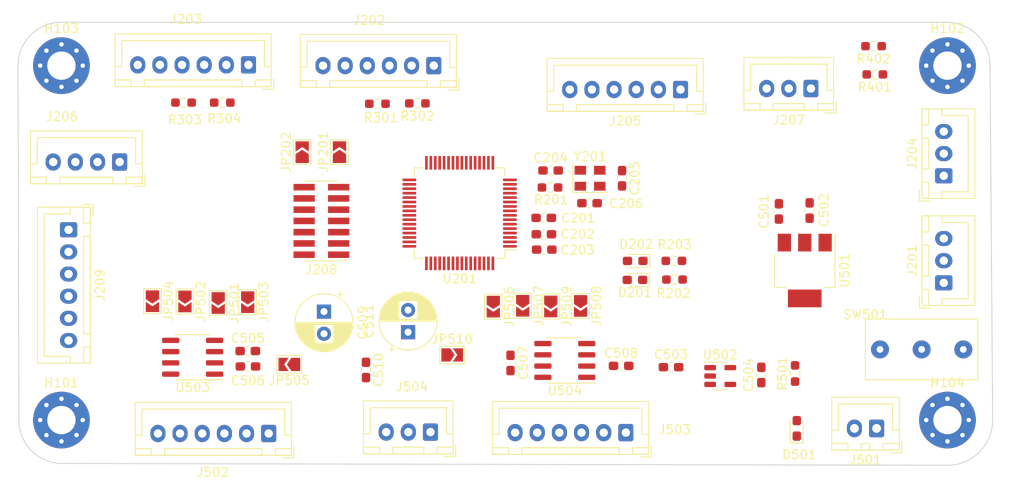
<source format=kicad_pcb>
(kicad_pcb (version 20211014) (generator pcbnew)
  (title_block (title "PCB projet Robot") (date "2022-10-17") (company "ENSEA") (comment 1 "Quentin SIMON") (comment 2 "Loïcia KOEHL") (comment 3 "Alix HAVRET") (comment 4 "Chelsea COMLAN"))
  (layers (0 "F.Cu" signal) (1 "In1.Cu" signal) (2 "In2.Cu" signal) (31 "B.Cu" signal) (34 "B.Paste" user) (35 "F.Paste" user) (36 "B.SilkS" user "B.Silkscreen") (37 "F.SilkS" user "F.Silkscreen") (38 "B.Mask" user) (39 "F.Mask" user) (44 "Edge.Cuts" user))
  (net 0 "")
  (net 1 "+3.3V")
  (net 2 "GND")
  (net 3 "NRST")
  (net 4 "Net-(C205-Pad1)")
  (net 5 "Net-(C206-Pad1)")
  (net 6 "+BATT")
  (net 7 "+5V")
  (net 8 "Net-(C504-Pad2)")
  (net 9 "Net-(C505-Pad1)")
  (net 10 "Net-(C507-Pad1)")
  (net 11 "Net-(D201-Pad1)")
  (net 12 "LED_GREEN")
  (net 13 "Net-(D202-Pad1)")
  (net 14 "LED_RED")
  (net 15 "Net-(D501-Pad2)")
  (net 16 "/Capteurs/CB1_OUT")
  (net 17 "/Capteurs/SDA_2")
  (net 18 "/Capteurs/SCL_2")
  (net 19 "/Capteurs/XSHUT_C1")
  (net 20 "/Capteurs/GPIO1_C1")
  (net 21 "/Capteurs/XSHUT_C2")
  (net 22 "/Capteurs/GPIO1_C2")
  (net 23 "/Capteurs/CB2_OUT")
  (net 24 "/Capteurs/LED_CC")
  (net 25 "/Capteurs/S2")
  (net 26 "/Capteurs/S3")
  (net 27 "/Capteurs/TIM_CC")
  (net 28 "/Capteurs/SDA_1")
  (net 29 "/Capteurs/SCL_1")
  (net 30 "/Capteurs/S0")
  (net 31 "/Capteurs/S1")
  (net 32 "/Capteurs/OE")
  (net 35 "SYS_SWDIO")
  (net 36 "SYS_SWCLK")
  (net 40 "Net-(J208-Pad13)")
  (net 41 "Net-(J208-Pad14)")
  (net 42 "PC9")
  (net 43 "PD0")
  (net 44 "PD1")
  (net 45 "PD2")
  (net 46 "PD3")
  (net 47 "PD4")
  (net 48 "Net-(J501-Pad1)")
  (net 49 "Moteur1-")
  (net 50 "Net-(J502-Pad3)")
  (net 51 "Net-(J502-Pad4)")
  (net 52 "Moteur1+")
  (net 53 "Moteur2-")
  (net 54 "Net-(J503-Pad3)")
  (net 55 "Net-(J503-Pad4)")
  (net 56 "Moteur2+")
  (net 57 "/Actionneurs/UART_XL320")
  (net 58 "UART_STLink_RX")
  (net 59 "UART_STLink_TX")
  (net 60 "/Actionneurs/TIM_Encoder1_CH1")
  (net 61 "/Actionneurs/TIM_Encoder1_CH2")
  (net 62 "/Actionneurs/TIM_Driver1_CH1")
  (net 63 "Net-(JP503-Pad2)")
  (net 64 "/Actionneurs/TIM_Driver1_CH1N")
  (net 65 "Net-(JP504-Pad2)")
  (net 66 "/Actionneurs/TIM_Encoder2_CH1")
  (net 67 "/Actionneurs/TIM_Encoder2_CH2")
  (net 68 "/Actionneurs/TIM_Driver2_CH1")
  (net 69 "Net-(JP508-Pad2)")
  (net 70 "/Actionneurs/TIM_Driver2_CH1N")
  (net 71 "Net-(JP509-Pad2)")
  (net 72 "Net-(R201-Pad1)")
  (net 73 "/Alimentation/ADC")
  (footprint "Resistor_SMD:R_0603_1608Metric_Pad0.98x0.95mm_HandSolder" (layer "F.Cu") (at 43.7825 34.17)
    (fp_text reference "R303" (at 0.1375 1.94) (layer "F.SilkS"))
    (fp_text value "NC")
    (pad "1" smd roundrect (at -0.9125 0) (size 0.975 0.95) (layers "F.Cu" "F.Paste" "F.Mask") (net 7 "+5V"))
    (pad "2" smd roundrect (at 0.9125 0) (size 0.975 0.95) (layers "F.Cu" "F.Paste" "F.Mask") (net 18 "/Capteurs/SCL_2"))
  )
  (footprint "Connector_JST:JST_XH_B6B-XH-A_1x06_P2.50mm_Vertical" (layer "F.Cu") (at 93.7 71.415 180)
    (fp_text reference "J503" (at -5.52 0.345) (layer "F.SilkS"))
    (fp_text value "JST_driver2")
    (pad "1" thru_hole roundrect (at 0 0 180) (size 1.7 1.95) (drill 0.95) (layers *.Cu *.Mask) (roundrect_rratio 0.147059) (net 53 "Moteur2-"))
    (pad "2" thru_hole oval (at 2.5 0 180) (size 1.7 1.95) (drill 0.95) (layers *.Cu *.Mask) (net 2 "GND"))
    (pad "3" thru_hole oval (at 5 0 180) (size 1.7 1.95) (drill 0.95) (layers *.Cu *.Mask) (net 54 "Net-(J503-Pad3)"))
    (pad "4" thru_hole oval (at 7.5 0 180) (size 1.7 1.95) (drill 0.95) (layers *.Cu *.Mask) (net 55 "Net-(J503-Pad4)"))
    (pad "5" thru_hole oval (at 10 0 180) (size 1.7 1.95) (drill 0.95) (layers *.Cu *.Mask) (net 7 "+5V"))
    (pad "6" thru_hole oval (at 12.5 0 180) (size 1.7 1.95) (drill 0.95) (layers *.Cu *.Mask) (net 56 "Moteur2+"))
  )
  (footprint "LED_SMD:LED_0603_1608Metric_Pad1.05x0.95mm_HandSolder" (layer "F.Cu") (at 112.99 70.9375 90)
    (fp_text reference "D501" (at -2.9625 0.28 180) (layer "F.SilkS"))
    (fp_text value "LED")
    (pad "1" smd roundrect (at -0.875 0 90) (size 1.05 0.95) (layers "F.Cu" "F.Paste" "F.Mask") (net 2 "GND"))
    (pad "2" smd roundrect (at 0.875 0 90) (size 1.05 0.95) (layers "F.Cu" "F.Paste" "F.Mask") (net 15 "Net-(D501-Pad2)"))
  )
  (footprint "Connector_JST:JST_XH_B6B-XH-A_1x06_P2.50mm_Vertical" (layer "F.Cu") (at 99.87 32.695 180)
    (fp_text reference "J205" (at 6.25 -3.55) (layer "F.SilkS"))
    (fp_text value "JST_Couleur_1A")
    (pad "1" thru_hole roundrect (at 0 0 180) (size 1.7 1.95) (drill 0.95) (layers *.Cu *.Mask) (roundrect_rratio 0.147059) (net 7 "+5V"))
    (pad "2" thru_hole oval (at 2.5 0 180) (size 1.7 1.95) (drill 0.95) (layers *.Cu *.Mask) (net 2 "GND"))
    (pad "3" thru_hole oval (at 5 0 180) (size 1.7 1.95) (drill 0.95) (layers *.Cu *.Mask) (net 24 "/Capteurs/LED_CC"))
    (pad "4" thru_hole oval (at 7.5 0 180) (size 1.7 1.95) (drill 0.95) (layers *.Cu *.Mask) (net 25 "/Capteurs/S2"))
    (pad "5" thru_hole oval (at 10 0 180) (size 1.7 1.95) (drill 0.95) (layers *.Cu *.Mask) (net 26 "/Capteurs/S3"))
    (pad "6" thru_hole oval (at 12.5 0 180) (size 1.7 1.95) (drill 0.95) (layers *.Cu *.Mask) (net 27 "/Capteurs/TIM_CC"))
  )
  (footprint "Resistor_SMD:R_0603_1608Metric_Pad0.98x0.95mm_HandSolder" (layer "F.Cu") (at 121.8 30.99 180)
    (fp_text reference "R401" (at 0 -1.43) (layer "F.SilkS"))
    (fp_text value "100k")
    (pad "1" smd roundrect (at -0.9125 0 180) (size 0.975 0.95) (layers "F.Cu" "F.Paste" "F.Mask") (net 6 "+BATT"))
    (pad "2" smd roundrect (at 0.9125 0 180) (size 0.975 0.95) (layers "F.Cu" "F.Paste" "F.Mask") (net 73 "/Alimentation/ADC"))
  )
  (footprint "Connector_JST:JST_XH_B3B-XH-A_1x03_P2.50mm_Vertical" (layer "F.Cu") (at 129.58 54.51 90)
    (fp_text reference "J201" (at 2.5 -3.55 90) (layer "F.SilkS"))
    (fp_text value "JST_Bordure_1")
    (pad "1" thru_hole roundrect (at 0 0 90) (size 1.7 1.95) (drill 0.95) (layers *.Cu *.Mask) (roundrect_rratio 0.147059) (net 2 "GND"))
    (pad "2" thru_hole oval (at 2.5 0 90) (size 1.7 1.95) (drill 0.95) (layers *.Cu *.Mask) (net 7 "+5V"))
    (pad "3" thru_hole oval (at 5 0 90) (size 1.7 1.95) (drill 0.95) (layers *.Cu *.Mask) (net 16 "/Capteurs/CB1_OUT"))
  )
  (footprint "Connector_JST:JST_XH_B6B-XH-A_1x06_P2.50mm_Vertical" (layer "F.Cu") (at 51.11 29.915 180)
    (fp_text reference "J203" (at 7.05 5.16) (layer "F.SilkS"))
    (fp_text value "JST_TOF_2")
    (pad "1" thru_hole roundrect (at 0 0 180) (size 1.7 1.95) (drill 0.95) (layers *.Cu *.Mask) (roundrect_rratio 0.147059) (net 7 "+5V"))
    (pad "2" thru_hole oval (at 2.5 0 180) (size 1.7 1.95) (drill 0.95) (layers *.Cu *.Mask) (net 2 "GND"))
    (pad "3" thru_hole oval (at 5 0 180) (size 1.7 1.95) (drill 0.95) (layers *.Cu *.Mask) (net 17 "/Capteurs/SDA_2"))
    (pad "4" thru_hole oval (at 7.5 0 180) (size 1.7 1.95) (drill 0.95) (layers *.Cu *.Mask) (net 18 "/Capteurs/SCL_2"))
    (pad "5" thru_hole oval (at 10 0 180) (size 1.7 1.95) (drill 0.95) (layers *.Cu *.Mask) (net 21 "/Capteurs/XSHUT_C2"))
    (pad "6" thru_hole oval (at 12.5 0 180) (size 1.7 1.95) (drill 0.95) (layers *.Cu *.Mask) (net 22 "/Capteurs/GPIO1_C2"))
  )
  (footprint "Connector_JST:JST_XH_B6B-XH-A_1x06_P2.50mm_Vertical" (layer "F.Cu") (at 72.02 29.995 180)
    (fp_text reference "J202" (at 7.28 5.115) (layer "F.SilkS"))
    (fp_text value "JST_TOF_1")
    (pad "1" thru_hole roundrect (at 0 0 180) (size 1.7 1.95) (drill 0.95) (layers *.Cu *.Mask) (roundrect_rratio 0.147059) (net 7 "+5V"))
    (pad "2" thru_hole oval (at 2.5 0 180) (size 1.7 1.95) (drill 0.95) (layers *.Cu *.Mask) (net 2 "GND"))
    (pad "3" thru_hole oval (at 5 0 180) (size 1.7 1.95) (drill 0.95) (layers *.Cu *.Mask) (net 17 "/Capteurs/SDA_2"))
    (pad "4" thru_hole oval (at 7.5 0 180) (size 1.7 1.95) (drill 0.95) (layers *.Cu *.Mask) (net 18 "/Capteurs/SCL_2"))
    (pad "5" thru_hole oval (at 10 0 180) (size 1.7 1.95) (drill 0.95) (layers *.Cu *.Mask) (net 19 "/Capteurs/XSHUT_C1"))
    (pad "6" thru_hole oval (at 12.5 0 180) (size 1.7 1.95) (drill 0.95) (layers *.Cu *.Mask) (net 20 "/Capteurs/GPIO1_C1"))
  )
  (footprint "Jumper:SolderJumper-2_P1.3mm_Open_TrianglePad1.0x1.5mm" (layer "F.Cu") (at 40.27 56.58 -90)
    (fp_text reference "JP504" (at 0 -1.8 90) (layer "F.SilkS"))
    (fp_text value "SolderJumper_2_Open")
    (pad "1" smd custom (at -0.725 0 270) (size 0.3 0.3) (layers "F.Cu" "F.Mask") (net 64 "/Actionneurs/TIM_Driver1_CH1N") (options (clearance outline) (anchor rect)) (primitives (gr_poly (pts (xy 1 0) (xy 0.5 0.75) (xy -0.5 0.75) (xy -0.5 -0.75) (xy 0.5 -0.75)) (width 0) (fill yes))))
    (pad "2" smd custom (at 0.725 0 270) (size 0.3 0.3) (layers "F.Cu" "F.Mask") (net 65 "Net-(JP504-Pad2)") (options (clearance outline) (anchor rect)) (primitives (gr_poly (pts (xy 0.5 0.75) (xy -0.65 0.75) (xy -0.15 0) (xy -0.65 -0.75) (xy 0.5 -0.75)) (width 0) (fill yes))))
  )
  (footprint "Connector_PinHeader_1.27mm:PinHeader_2x07_P1.27mm_Vertical_SMD" (layer "F.Cu") (at 59.34 47.525 180)
    (fp_text reference "J208" (at 0 -5.505) (layer "F.SilkS"))
    (fp_text value "Conn_02x07_Odd_Even")
    (pad "1" smd rect (at -1.95 -3.81 180) (size 2.4 0.74) (layers "F.Cu" "F.Paste" "F.Mask"))
    (pad "2" smd rect (at 1.95 -3.81 180) (size 2.4 0.74) (layers "F.Cu" "F.Paste" "F.Mask"))
    (pad "3" smd rect (at -1.95 -2.54 180) (size 2.4 0.74) (layers "F.Cu" "F.Paste" "F.Mask") (net 1 "+3.3V"))
    (pad "4" smd rect (at 1.95 -2.54 180) (size 2.4 0.74) (layers "F.Cu" "F.Paste" "F.Mask") (net 35 "SYS_SWDIO"))
    (pad "5" smd rect (at -1.95 -1.27 180) (size 2.4 0.74) (layers "F.Cu" "F.Paste" "F.Mask") (net 2 "GND"))
    (pad "6" smd rect (at 1.95 -1.27 180) (size 2.4 0.74) (layers "F.Cu" "F.Paste" "F.Mask") (net 36 "SYS_SWCLK"))
    (pad "7" smd rect (at -1.95 0 180) (size 2.4 0.74) (layers "F.Cu" "F.Paste" "F.Mask") (net 2 "GND"))
    (pad "8" smd rect (at 1.95 0 180) (size 2.4 0.74) (layers "F.Cu" "F.Paste" "F.Mask"))
    (pad "9" smd rect (at -1.95 1.27 180) (size 2.4 0.74) (layers "F.Cu" "F.Paste" "F.Mask"))
    (pad "10" smd rect (at 1.95 1.27 180) (size 2.4 0.74) (layers "F.Cu" "F.Paste" "F.Mask"))
    (pad "11" smd rect (at -1.95 2.54 180) (size 2.4 0.74) (layers "F.Cu" "F.Paste" "F.Mask") (net 2 "GND"))
    (pad "12" smd rect (at 1.95 2.54 180) (size 2.4 0.74) (layers "F.Cu" "F.Paste" "F.Mask") (net 3 "NRST"))
    (pad "13" smd rect (at -1.95 3.81 180) (size 2.4 0.74) (layers "F.Cu" "F.Paste" "F.Mask") (net 40 "Net-(J208-Pad13)"))
    (pad "14" smd rect (at 1.95 3.81 180) (size 2.4 0.74) (layers "F.Cu" "F.Paste" "F.Mask") (net 41 "Net-(J208-Pad14)"))
  )
  (footprint "MountingHole:MountingHole_3.2mm_M3_Pad_Via" (layer "F.Cu") (at 30 70)
    (fp_text reference "H101" (at 0 -4.2) (layer "F.SilkS"))
    (fp_text value "MountingHole_Pad")
    (pad "1" thru_hole circle (at 0 2.4) (size 0.8 0.8) (drill 0.5) (layers *.Cu *.Mask) (net 2 "GND"))
    (pad "1" thru_hole circle (at -2.4 0) (size 0.8 0.8) (drill 0.5) (layers *.Cu *.Mask) (net 2 "GND"))
    (pad "1" thru_hole circle (at 0 0) (size 6.4 6.4) (drill 3.2) (layers *.Cu *.Mask) (net 2 "GND"))
    (pad "1" thru_hole circle (at 1.697056 1.697056) (size 0.8 0.8) (drill 0.5) (layers *.Cu *.Mask) (net 2 "GND"))
    (pad "1" thru_hole circle (at 0 -2.4) (size 0.8 0.8) (drill 0.5) (layers *.Cu *.Mask) (net 2 "GND"))
    (pad "1" thru_hole circle (at 2.4 0) (size 0.8 0.8) (drill 0.5) (layers *.Cu *.Mask) (net 2 "GND"))
    (pad "1" thru_hole circle (at -1.697056 -1.697056) (size 0.8 0.8) (drill 0.5) (layers *.Cu *.Mask) (net 2 "GND"))
    (pad "1" thru_hole circle (at -1.697056 1.697056) (size 0.8 0.8) (drill 0.5) (layers *.Cu *.Mask) (net 2 "GND"))
    (pad "1" thru_hole circle (at 1.697056 -1.697056) (size 0.8 0.8) (drill 0.5) (layers *.Cu *.Mask) (net 2 "GND"))
  )
  (footprint "Jumper:SolderJumper-2_P1.3mm_Open_TrianglePad1.0x1.5mm" (layer "F.Cu") (at 47.69 56.79 -90)
    (fp_text reference "JP501" (at 0 -1.8 90) (layer "F.SilkS"))
    (fp_text value "SolderJumper_2_Open")
    (pad "1" smd custom (at -0.725 0 270) (size 0.3 0.3) (layers "F.Cu" "F.Mask") (net 60 "/Actionneurs/TIM_Encoder1_CH1") (options (clearance outline) (anchor rect)) (primitives (gr_poly (pts (xy 1 0) (xy 0.5 0.75) (xy -0.5 0.75) (xy -0.5 -0.75) (xy 0.5 -0.75)) (width 0) (fill yes))))
    (pad "2" smd custom (at 0.725 0 270) (size 0.3 0.3) (layers "F.Cu" "F.Mask") (net 50 "Net-(J502-Pad3)") (options (clearance outline) (anchor rect)) (primitives (gr_poly (pts (xy 0.5 0.75) (xy -0.65 0.75) (xy -0.15 0) (xy -0.65 -0.75) (xy 0.5 -0.75)) (width 0) (fill yes))))
  )
  (footprint "Capacitor_SMD:C_0603_1608Metric_Pad1.08x0.95mm_HandSolder" (layer "F.Cu") (at 93.27 42.71 -90)
    (fp_text reference "C205" (at 0 -1.43 90) (layer "F.SilkS"))
    (fp_text value "10pF")
    (pad "1" smd roundrect (at -0.8625 0 270) (size 1.075 0.95) (layers "F.Cu" "F.Paste" "F.Mask") (net 4 "Net-(C205-Pad1)"))
    (pad "2" smd roundrect (at 0.8625 0 270) (size 1.075 0.95) (layers "F.Cu" "F.Paste" "F.Mask") (net 2 "GND"))
  )
  (footprint "Capacitor_SMD:C_0603_1608Metric_Pad1.08x0.95mm_HandSolder" (layer "F.Cu") (at 89.6 45.52)
    (fp_text reference "C206" (at 4.13 0.04) (layer "F.SilkS"))
    (fp_text value "10pF")
    (pad "1" smd roundrect (at -0.8625 0) (size 1.075 0.95) (layers "F.Cu" "F.Paste" "F.Mask") (net 5 "Net-(C206-Pad1)"))
    (pad "2" smd roundrect (at 0.8625 0) (size 1.075 0.95) (layers "F.Cu" "F.Paste" "F.Mask") (net 2 "GND"))
  )
  (footprint "Package_SO:SOIC-8_3.9x4.9mm_P1.27mm" (layer "F.Cu") (at 86.8125 63.27 180)
    (fp_text reference "U504" (at 0 -3.4) (layer "F.SilkS"))
    (fp_text value "ZXBM5210-S")
    (pad "1" smd roundrect (at -2.475 -1.905 180) (size 1.95 0.6) (layers "F.Cu" "F.Paste" "F.Mask") (net 53 "Moteur2-"))
    (pad "2" smd roundrect (at -2.475 -0.635 180) (size 1.95 0.6) (layers "F.Cu" "F.Paste" "F.Mask") (net 10 "Net-(C507-Pad1)"))
    (pad "3" smd roundrect (at -2.475 0.635 180) (size 1.95 0.6) (layers "F.Cu" "F.Paste" "F.Mask") (net 10 "Net-(C507-Pad1)"))
    (pad "4" smd roundrect (at -2.475 1.905 180) (size 1.95 0.6) (layers "F.Cu" "F.Paste" "F.Mask") (net 69 "Net-(JP508-Pad2)"))
    (pad "5" smd roundrect (at 2.475 1.905 180) (size 1.95 0.6) (layers "F.Cu" "F.Paste" "F.Mask") (net 71 "Net-(JP509-Pad2)"))
    (pad "6" smd roundrect (at 2.475 0.635 180) (size 1.95 0.6) (layers "F.Cu" "F.Paste" "F.Mask") (net 10 "Net-(C507-Pad1)"))
    (pad "7" smd roundrect (at 2.475 -0.635 180) (size 1.95 0.6) (layers "F.Cu" "F.Paste" "F.Mask") (net 56 "Moteur2+"))
    (pad "8" smd roundrect (at 2.475 -1.905 180) (size 1.95 0.6) (layers "F.Cu" "F.Paste" "F.Mask") (net 2 "GND"))
  )
  (footprint "switch_robot:switch_pcb_robot" (layer "F.Cu") (at 120.735 58.595)
    (fp_text reference "SW501" (at 0 -0.5 unlocked) (layer "F.SilkS"))
    (fp_text value "SW_SPDT")
    (pad "1" thru_hole circle (at 1.65 3.43) (size 2.03 2.03) (drill 0.762) (layers *.Cu *.Mask) (net 6 "+BATT"))
    (pad "2" thru_hole circle (at 6.35 3.43) (size 2.03 2.03) (drill 0.762) (layers *.Cu *.Mask) (net 48 "Net-(J501-Pad1)"))
    (pad "3" thru_hole circle (at 11.05 3.43) (size 2.03 2.03) (drill 0.762) (layers *.Cu *.Mask))
  )
  (footprint "Capacitor_SMD:C_0603_1608Metric_Pad1.08x0.95mm_HandSolder" (layer "F.Cu") (at 85.21 41.83)
    (fp_text reference "C204" (at 0 -1.43) (layer "F.SilkS"))
    (fp_text value "100nF")
    (pad "1" smd roundrect (at -0.8625 0) (size 1.075 0.95) (layers "F.Cu" "F.Paste" "F.Mask") (net 3 "NRST"))
    (pad "2" smd roundrect (at 0.8625 0) (size 1.075 0.95) (layers "F.Cu" "F.Paste" "F.Mask") (net 2 "GND"))
  )
  (footprint "MountingHole:MountingHole_3.2mm_M3_Pad_Via" (layer "F.Cu") (at 30 30)
    (fp_text reference "H103" (at 0 -4.2) (layer "F.SilkS"))
    (fp_text value "MountingHole_Pad")
    (pad "1" thru_hole circle (at -1.697056 1.697056) (size 0.8 0.8) (drill 0.5) (layers *.Cu *.Mask) (net 2 "GND"))
    (pad "1" thru_hole circle (at 1.697056 -1.697056) (size 0.8 0.8) (drill 0.5) (layers *.Cu *.Mask) (net 2 "GND"))
    (pad "1" thru_hole circle (at -1.697056 -1.697056) (size 0.8 0.8) (drill 0.5) (layers *.Cu *.Mask) (net 2 "GND"))
    (pad "1" thru_hole circle (at 1.697056 1.697056) (size 0.8 0.8) (drill 0.5) (layers *.Cu *.Mask) (net 2 "GND"))
    (pad "1" thru_hole circle (at 2.4 0) (size 0.8 0.8) (drill 0.5) (layers *.Cu *.Mask) (net 2 "GND"))
    (pad "1" thru_hole circle (at -2.4 0) (size 0.8 0.8) (drill 0.5) (layers *.Cu *.Mask) (net 2 "GND"))
    (pad "1" thru_hole circle (at 0 -2.4) (size 0.8 0.8) (drill 0.5) (layers *.Cu *.Mask) (net 2 "GND"))
    (pad "1" thru_hole circle (at 0 2.4) (size 0.8 0.8) (drill 0.5) (layers *.Cu *.Mask) (net 2 "GND"))
    (pad "1" thru_hole circle (at 0 0) (size 6.4 6.4) (drill 3.2) (layers *.Cu *.Mask) (net 2 "GND"))
  )
  (footprint "Capacitor_SMD:C_0603_1608Metric_Pad1.08x0.95mm_HandSolder" (layer "F.Cu") (at 80.68 63.55 -90)
    (fp_text reference "C507" (at 0 -1.43 90) (layer "F.SilkS"))
    (fp_text value "1uF")
    (pad "1" smd roundrect (at -0.8625 0 270) (size 1.075 0.95) (layers "F.Cu" "F.Paste" "F.Mask") (net 10 "Net-(C507-Pad1)"))
    (pad "2" smd roundrect (at 0.8625 0 270) (size 1.075 0.95) (layers "F.Cu" "F.Paste" "F.Mask") (net 2 "GND"))
  )
  (footprint "Package_SO:SOIC-8_3.9x4.9mm_P1.27mm" (layer "F.Cu") (at 44.81 62.91 180)
    (fp_text reference "U503" (at 0 -3.4) (layer "F.SilkS"))
    (fp_text value "ZXBM5210-S")
    (pad "1" smd roundrect (at -2.475 -1.905 180) (size 1.95 0.6) (layers "F.Cu" "F.Paste" "F.Mask") (net 49 "Moteur1-"))
    (pad "2" smd roundrect (at -2.475 -0.635 180) (size 1.95 0.6) (layers "F.Cu" "F.Paste" "F.Mask") (net 9 "Net-(C505-Pad1)"))
    (pad "3" smd roundrect (at -2.475 0.635 180) (size 1.95 0.6) (layers "F.Cu" "F.Paste" "F.Mask") (net 9 "Net-(C505-Pad1)"))
    (pad "4" smd roundrect (at -2.475 1.905 180) (size 1.95 0.6) (layers "F.Cu" "F.Paste" "F.Mask") (net 63 "Net-(JP503-Pad2)"))
    (pad "5" smd roundrect (at 2.475 1.905 180) (size 1.95 0.6) (layers "F.Cu" "F.Paste" "F.Mask") (net 65 "Net-(JP504-Pad2)"))
    (pad "6" smd roundrect (at 2.475 0.635 180) (size 1.95 0.6) (layers "F.Cu" "F.Paste" "F.Mask") (net 9 "Net-(C505-Pad1)"))
    (pad "7" smd roundrect (at 2.475 -0.635 180) (size 1.95 0.6) (layers "F.Cu" "F.Paste" "F.Mask") (net 52 "Moteur1+"))
    (pad "8" smd roundrect (at 2.475 -1.905 180) (size 1.95 0.6) (layers "F.Cu" "F.Paste" "F.Mask") (net 2 "GND"))
  )
  (footprint "Capacitor_THT:CP_Radial_D6.3mm_P2.50mm" (layer "F.Cu") (at 69.12 60.08238 90)
    (fp_text reference "C511" (at 1.25 -4.4 90) (layer "F.SilkS"))
    (fp_text value "100uF")
    (pad "1" thru_hole rect (at 0 0 90) (size 1.6 1.6) (drill 0.8) (layers *.Cu *.Mask) (net 6 "+BATT"))
    (pad "2" thru_hole circle (at 2.5 0 90) (size 1.6 1.6) (drill 0.8) (layers *.Cu *.Mask) (net 2 "GND"))
  )
  (footprint "Jumper:SolderJumper-2_P1.3mm_Open_TrianglePad1.0x1.5mm" (layer "F.Cu") (at 51.02 56.69 -90)
    (fp_text reference "JP503" (at 0 -1.8 90) (layer "F.SilkS"))
    (fp_text value "SolderJumper_2_Open")
    (pad "1" smd custom (at -0.725 0 270) (size 0.3 0.3) (layers "F.Cu" "F.Mask") (net 62 "/Actionneurs/TIM_Driver1_CH1") (options (clearance outline) (anchor rect)) (primitives (gr_poly (pts (xy 1 0) (xy 0.5 0.75) (xy -0.5 0.75) (xy -0.5 -0.75) (xy 0.5 -0.75)) (width 0) (fill yes))))
    (pad "2" smd custom (at 0.725 0 270) (size 0.3 0.3) (layers "F.Cu" "F.Mask") (net 63 "Net-(JP503-Pad2)") (options (clearance outline) (anchor rect)) (primitives (gr_poly (pts (xy 0.5 0.75) (xy -0.65 0.75) (xy -0.15 0) (xy -0.65 -0.75) (xy 0.5 -0.75)) (width 0) (fill yes))))
  )
  (footprint "Resistor_SMD:R_0603_1608Metric_Pad0.98x0.95mm_HandSolder" (layer "F.Cu") (at 65.6625 34.3)
    (fp_text reference "R301" (at 0.39 1.58) (layer "F.SilkS"))
    (fp_text value "10k")
    (pad "1" smd roundrect (at -0.9125 0) (size 0.975 0.95) (layers "F.Cu" "F.Paste" "F.Mask") (net 7 "+5V"))
    (pad "2" smd roundrect (at 0.9125 0) (size 0.975 0.95) (layers "F.Cu" "F.Paste" "F.Mask") (net 18 "/Capteurs/SCL_2"))
  )
  (footprint "Capacitor_SMD:C_0603_1608Metric_Pad1.08x0.95mm_HandSolder" (layer "F.Cu") (at 93.17 63.88)
    (fp_text reference "C508" (at 0 -1.43) (layer "F.SilkS"))
    (fp_text value "10uF")
    (pad "1" smd roundrect (at -0.8625 0) (size 1.075 0.95) (layers "F.Cu" "F.Paste" "F.Mask") (net 10 "Net-(C507-Pad1)"))
    (pad "2" smd roundrect (at 0.8625 0) (size 1.075 0.95) (layers "F.Cu" "F.Paste" "F.Mask") (net 2 "GND"))
  )
  (footprint "MountingHole:MountingHole_3.2mm_M3_Pad_Via" (layer "F.Cu") (at 130 70)
    (fp_text reference "H104" (at 0 -4.2) (layer "F.SilkS"))
    (fp_text value "MountingHole_Pad")
    (pad "1" thru_hole circle (at 0 0) (size 6.4 6.4) (drill 3.2) (layers *.Cu *.Mask) (net 2 "GND"))
    (pad "1" thru_hole circle (at 0 -2.4) (size 0.8 0.8) (drill 0.5) (layers *.Cu *.Mask) (net 2 "GND"))
    (pad "1" thru_hole circle (at -1.697056 1.697056) (size 0.8 0.8) (drill 0.5) (layers *.Cu *.Mask) (net 2 "GND"))
    (pad "1" thru_hole circle (at 1.697056 -1.697056) (size 0.8 0.8) (drill 0.5) (layers *.Cu *.Mask) (net 2 "GND"))
    (pad "1" thru_hole circle (at 1.697056 1.697056) (size 0.8 0.8) (drill 0.5) (layers *.Cu *.Mask) (net 2 "GND"))
    (pad "1" thru_hole circle (at 2.4 0) (size 0.8 0.8) (drill 0.5) (layers *.Cu *.Mask) (net 2 "GND"))
    (pad "1" thru_hole circle (at -2.4 0) (size 0.8 0.8) (drill 0.5) (layers *.Cu *.Mask) (net 2 "GND"))
    (pad "1" thru_hole circle (at -1.697056 -1.697056) (size 0.8 0.8) (drill 0.5) (layers *.Cu *.Mask) (net 2 "GND"))
    (pad "1" thru_hole circle (at 0 2.4) (size 0.8 0.8) (drill 0.5) (layers *.Cu *.Mask) (net 2 "GND"))
  )
  (footprint "Capacitor_THT:CP_Radial_D6.3mm_P2.50mm" (layer "F.Cu") (at 59.63 57.757621 -90)
    (fp_text reference "C509" (at 1.25 -4.4 90) (layer "F.SilkS"))
    (fp_text value "100uF")
    (pad "1" thru_hole rect (at 0 0 270) (size 1.6 1.6) (drill 0.8) (layers *.Cu *.Mask) (net 6 "+BATT"))
    (pad "2" thru_hole circle (at 2.5 0 270) (size 1.6 1.6) (drill 0.8) (layers *.Cu *.Mask) (net 2 "GND"))
  )
  (footprint "Jumper:SolderJumper-2_P1.3mm_Open_TrianglePad1.0x1.5mm" (layer "F.Cu") (at 43.94 56.61 -90)
    (fp_text reference "JP502" (at 0 -1.8 90) (layer "F.SilkS"))
    (fp_text value "SolderJumper_2_Open")
    (pad "1" smd custom (at -0.725 0 270) (size 0.3 0.3) (layers "F.Cu" "F.Mask") (net 61 "/Actionneurs/TIM_Encoder1_CH2") (options (clearance outline) (anchor rect)) (primitives (gr_poly (pts (xy 1 0) (xy 0.5 0.75) (xy -0.5 0.75) (xy -0.5 -0.75) (xy 0.5 -0.75)) (width 0) (fill yes))))
    (pad "2" smd custom (at 0.725 0 270) (size 0.3 0.3) (layers "F.Cu" "F.Mask") (net 51 "Net-(J502-Pad4)") (options (clearance outline) (anchor rect)) (primitives (gr_poly (pts (xy 0.5 0.75) (xy -0.65 0.75) (xy -0.15 0) (xy -0.65 -0.75) (xy 0.5 -0.75)) (width 0) (fill yes))))
  )
  (footprint "Resistor_SMD:R_0603_1608Metric_Pad0.98x0.95mm_HandSolder" (layer "F.Cu") (at 112.8 64.74 90)
    (fp_text reference "R501" (at 0 -1.43 90) (layer "F.SilkS"))
    (fp_text value "1k")
    (pad "1" smd roundrect (at -0.9125 0 90) (size 0.975 0.95) (layers "F.Cu" "F.Paste" "F.Mask") (net 15 "Net-(D501-Pad2)"))
    (pad "2" smd roundrect (at 0.9125 0 90) (size 0.975 0.95) (layers "F.Cu" "F.Paste" "F.Mask") (net 1 "+3.3V"))
  )
  (footprint "Jumper:SolderJumper-2_P1.3mm_Open_TrianglePad1.0x1.5mm" (layer "F.Cu") (at 61.38 39.76 90)
    (fp_text reference "JP201" (at 0 -1.8 90) (layer "F.SilkS"))
    (fp_text value "SolderJumper_2_Open")
    (pad "1" smd custom (at -0.725 0 90) (size 0.3 0.3) (layers "F.Cu" "F.Mask") (net 58 "UART_STLink_RX") (options (clearance outline) (anchor rect)) (primitives (gr_poly (pts (xy 1 0) (xy 0.5 0.75) (xy -0.5 0.75) (xy -0.5 -0.75) (xy 0.5 -0.75)) (width 0) (fill yes))))
    (pad "2" smd custom (at 0.725 0 90) (size 0.3 0.3) (layers "F.Cu" "F.Mask") (net 40 "Net-(J208-Pad13)") (options (clearance outline) (anchor rect)) (primitives (gr_poly (pts (xy 0.5 0.75) (xy -0.65 0.75) (xy -0.15 0) (xy -0.65 -0.75) (xy 0.5 -0.75)) (width 0) (fill yes))))
  )
  (footprint "LED_SMD:LED_0603_1608Metric_Pad1.05x0.95mm_HandSolder" (layer "F.Cu") (at 94.7275 54.18 180)
    (fp_text reference "D201" (at 0 -1.43) (layer "F.SilkS"))
    (fp_text value "GREEN")
    (pad "1" smd roundrect (at -0.875 0 180) (size 1.05 0.95) (layers "F.Cu" "F.Paste" "F.Mask") (net 11 "Net-(D201-Pad1)"))
    (pad "2" smd roundrect (at 0.875 0 180) (size 1.05 0.95) (layers "F.Cu" "F.Paste" "F.Mask") (net 12 "LED_GREEN"))
  )
  (footprint "Capacitor_SMD:C_0603_1608Metric_Pad1.08x0.95mm_HandSolder" (layer "F.Cu") (at 84.43 47.18)
    (fp_text reference "C201" (at 3.9 0.03) (layer "F.SilkS"))
    (fp_text value "100nF")
    (pad "1" smd roundrect (at -0.8625 0) (size 1.075 0.95) (layers "F.Cu" "F.Paste" "F.Mask") (net 1 "+3.3V"))
    (pad "2" smd roundrect (at 0.8625 0) (size 1.075 0.95) (layers "F.Cu" "F.Paste" "F.Mask") (net 2 "GND"))
  )
  (footprint "Connector_JST:JST_XH_B2B-XH-A_1x02_P2.50mm_Vertical" (layer "F.Cu") (at 122 70.94 180)
    (fp_text reference "J501" (at 1.25 -3.55) (layer "F.SilkS"))
    (fp_text value "JST_switch")
    (pad "1" thru_hole roundrect (at 0 0 180) (size 1.7 2) (drill 1) (layers *.Cu *.Mask) (roundrect_rratio 0.147059) (net 48 "Net-(J501-Pad1)"))
    (pad "2" thru_hole oval (at 2.5 0 180) (size 1.7 2) (drill 1) (layers *.Cu *.Mask) (net 2 "GND"))
  )
  (footprint "Resistor_SMD:R_0603_1608Metric_Pad0.98x0.95mm_HandSolder" (layer "F.Cu") (at 99.12 52.03)
    (fp_text reference "R203" (at 0.07 -1.84) (layer "F.SilkS"))
    (fp_text value "1k")
    (pad "1" smd roundrect (at -0.9125 0) (size 0.975 0.95) (layers "F.Cu" "F.Paste" "F.Mask") (net 13 "Net-(D202-Pad1)"))
    (pad "2" smd roundrect (at 0.9125 0) (size 0.975 0.95) (layers "F.Cu" "F.Paste" "F.Mask") (net 2 "GND"))
  )
  (footprint "Resistor_SMD:R_0603_1608Metric_Pad0.98x0.95mm_HandSolder" (layer "F.Cu") (at 99.19 54.14)
    (fp_text reference "R202" (at -0.11 1.55) (layer "F.SilkS"))
    (fp_text value "1k")
    (pad "1" smd roundrect (at -0.9125 0) (size 0.975 0.95) (layers "F.Cu" "F.Paste" "F.Mask") (net 11 "Net-(D201-Pad1)"))
    (pad "2" smd roundrect (at 0.9125 0) (size 0.975 0.95) (layers "F.Cu" "F.Paste" "F.Mask") (net 2 "GND"))
  )
  (footprint "Capacitor_SMD:C_0603_1608Metric_Pad1.08x0.95mm_HandSolder" (layer "F.Cu") (at 98.8 64.03)
    (fp_text reference "C503" (at 0 -1.43) (layer "F.SilkS"))
    (fp_text value "1uF")
    (pad "1" smd roundrect (at -0.8625 0) (size 1.075 0.95) (layers "F.Cu" "F.Paste" "F.Mask") (net 2 "GND"))
    (pad "2" smd roundrect (at 0.8625 0) (size 1.075 0.95) (layers "F.Cu" "F.Paste" "F.Mask") (net 7 "+5V"))
  )
  (footprint "Jumper:SolderJumper-2_P1.3mm_Open_TrianglePad1.0x1.5mm" (layer "F.Cu") (at 85.23 57.18 -90)
    (fp_text reference "JP509" (at 0 -1.8 90) (layer "F.SilkS"))
    (fp_text value "SolderJumper_2_Open")
    (pad "1" smd custom (at -0.725 0 270) (size 0.3 0.3) (layers "F.Cu" "F.Mask") (net 70 "/Actionneurs/TIM_Driver2_CH1N") (options (clearance outline) (anchor rect)) (primitives (gr_poly (pts (xy 1 0) (xy 0.5 0.75) (xy -0.5 0.75) (xy -0.5 -0.75) (xy 0.5 -0.75)) (width 0) (fill yes))))
    (pad "2" smd custom (at 0.725 0 270) (size 0.3 0.3) (layers "F.Cu" "F.Mask") (net 71 "Net-(JP509-Pad2)") (options (clearance outline) (anchor rect)) (primitives (gr_poly (pts (xy 0.5 0.75) (xy -0.65 0.75) (xy -0.15 0) (xy -0.65 -0.75) (xy 0.5 -0.75)) (width 0) (fill yes))))
  )
  (footprint "Resistor_SMD:R_0603_1608Metric_Pad0.98x0.95mm_HandSolder" (layer "F.Cu") (at 121.66 27.8 180)
    (fp_text reference "R402" (at 0 -1.43) (layer "F.SilkS"))
    (fp_text value "62k")
    (pad "1" smd roundrect (at -0.9125 0 180) (size 0.975 0.95) (layers "F.Cu" "F.Paste" "F.Mask") (net 2 "GND"))
    (pad "2" smd roundrect (at 0.9125 0 180) (size 0.975 0.95) (layers "F.Cu" "F.Paste" "F.Mask") (net 73 "/Alimentation/ADC"))
  )
  (footprint "Connector_JST:JST_XH_B3B-XH-A_1x03_P2.50mm_Vertical" (layer "F.Cu") (at 129.58 42.43 90)
    (fp_text reference "J204" (at 2.5 -3.55 90) (layer "F.SilkS"))
    (fp_text value "JST_Bordure_2")
    (pad "1" thru_hole roundrect (at 0 0 90) (size 1.7 1.95) (drill 0.95) (layers *.Cu *.Mask) (roundrect_rratio 0.147059) (net 2 "GND"))
    (pad "2" thru_hole oval (at 2.5 0 90) (size 1.7 1.95) (drill 0.95) (layers *.Cu *.Mask) (net 7 "+5V"))
    (pad "3" thru_hole oval (at 5 0 90) (size 1.7 1.95) (drill 0.95) (layers *.Cu *.Mask) (net 23 "/Capteurs/CB2_OUT"))
  )
  (footprint "Package_TO_SOT_SMD:SOT-223-3_TabPin2" (layer "F.Cu") (at 113.89 53.12 -90)
    (fp_text reference "U501" (at 0 -4.5 -90) (layer "F.SilkS"))
    (fp_text value "AZ1117-5.0")
    (pad "1" smd rect (at -3.15 -2.3 270) (size 2 1.5) (layers "F.Cu" "F.Paste" "F.Mask") (net 2 "GND"))
    (pad "2" smd rect (at -3.15 0 270) (size 2 1.5) (layers "F.Cu" "F.Paste" "F.Mask") (net 7 "+5V"))
    (pad "2" smd rect (at 3.15 0 270) (size 2 3.8) (layers "F.Cu" "F.Paste" "F.Mask") (net 7 "+5V"))
    (pad "3" smd rect (at -3.15 2.3 270) (size 2 1.5) (layers "F.Cu" "F.Paste" "F.Mask") (net 6 "+BATT"))
  )
  (footprint "Connector_JST:JST_XH_B6B-XH-A_1x06_P2.50mm_Vertical" (layer "F.Cu") (at 53.39 71.515 180)
    (fp_text reference "J502" (at 6.3 -4.385) (layer "F.SilkS"))
    (fp_text value "JST_driver1")
    (pad "1" thru_hole roundrect (at 0 0 180) (size 1.7 1.95) (drill 0.95) (layers *.Cu *.Mask) (roundrect_rratio 0.147059) (net 49 "Moteur1-"))
    (pad "2" thru_hole oval (at 2.5 0 180) (size 1.7 1.95) (drill 0.95) (layers *.Cu *.Mask) (net 2 "GND"))
    (pad "3" thru_hole oval (at 5 0 180) (size 1.7 1.95) (drill 0.95) (layers *.Cu *.Mask) (net 50 "Net-(J502-Pad3)"))
    (pad "4" thru_hole oval (at 7.5 0 180) (size 1.7 1.95) (drill 0.95) (layers *.Cu *.Mask) (net 51 "Net-(J502-Pad4)"))
    (pad "5" thru_hole oval (at 10 0 180) (size 1.7 1.95) (drill 0.95) (layers *.Cu *.Mask) (net 7 "+5V"))
    (pad "6" thru_hole oval (at 12.5 0 180) (size 1.7 1.95) (drill 0.95) (layers *.Cu *.Mask) (net 52 "Moteur1+"))
  )
  (footprint "Jumper:SolderJumper-2_P1.3mm_Open_TrianglePad1.0x1.5mm" (layer "F.Cu") (at 55.72 63.72 180)
    (fp_text reference "JP505" (at 0 -1.8) (layer "F.SilkS"))
    (fp_text value "SolderJumper_2_Open")
    (pad "1" smd custom (at -0.725 0 180) (size 0.3 0.3) (layers "F.Cu" "F.Mask") (net 6 "+BATT") (options (clearance outline) (anchor rect)) (primitives (gr_poly (pts (xy 1 0) (xy 0.5 0.75) (xy -0.5 0.75) (xy -0.5 -0.75) (xy 0.5 -0.75)) (width 0) (fill yes))))
    (pad "2" smd custom (at 0.725 0 180) (size 0.3 0.3) (layers "F.Cu" "F.Mask") (net 9 "Net-(C505-Pad1)") (options (clearance outline) (anchor rect)) (primitives (gr_poly (pts (xy 0.5 0.75) (xy -0.65 0.75) (xy -0.15 0) (xy -0.65 -0.75) (xy 0.5 -0.75)) (width 0) (fill yes))))
  )
  (footprint "Connector_JST:JST_XH_B4B-XH-A_1x04_P2.50mm_Vertical" (layer "F.Cu") (at 36.57 40.875 180)
    (fp_text reference "J206" (at 6.51 5.125) (layer "F.SilkS"))
    (fp_text value "JST_Couleur_3V")
    (pad "1" thru_hole roundrect (at 0 0 180) (size 1.7 1.95) (drill 0.95) (layers *.Cu *.Mask) (roundrect_rratio 0.147059) (net 2 "GND"))
    (pad "2" thru_hole oval (at 2.5 0 180) (size 1.7 1.95) (drill 0.95) (layers *.Cu *.Mask) (net 28 "/Capteurs/SDA_1"))
    (pad "3" thru_hole oval (at 5 0 180) (size 1.7 1.95) (drill 0.95) (layers *.Cu *.Mask) (net 29 "/Capteurs/SCL_1"))
    (pad "4" thru_hole oval (at 7.5 0 180) (size 1.7 1.95) (drill 0.95) (layers *.Cu *.Mask) (net 7 "+5V"))
  )
  (footprint "Capacitor_SMD:C_0603_1608Metric_Pad1.08x0.95mm_HandSolder" (layer "F.Cu") (at 84.45 49.03)
    (fp_text reference "C202" (at 3.81 0) (layer "F.SilkS"))
    (fp_text value "100nF")
    (pad "1" smd roundrect (at -0.8625 0) (size 1.075 0.95) (layers "F.Cu" "F.Paste" "F.Mask") (net 1 "+3.3V"))
    (pad "2" smd roundrect (at 0.8625 0) (size 1.075 0.95) (layers "F.Cu" "F.Paste" "F.Mask") (net 2 "GND"))
  )
  (footprint "Package_TO_SOT_SMD:SOT-23-5" (layer "F.Cu") (at 104.35 65.03)
    (fp_text reference "U502" (at 0 -2.4) (layer "F.SilkS"))
    (fp_text value "MCP1802x-xx02xOT")
    (pad "1" smd roundrect (at -1.1375 -0.95) (size 1.325 0.6) (layers "F.Cu" "F.Paste" "F.Mask") (net 7 "+5V"))
    (pad "2" smd roundrect (at -1.1375 0) (size 1.325 0.6) (layers "F.Cu" "F.Paste" "F.Mask") (net 2 "GND"))
    (pad "3" smd roundrect (at -1.1375 0.95) (size 1.325 0.6) (layers "F.Cu" "F.Paste" "F.Mask") (net 7 "+5V"))
    (pad "4" smd roundrect (at 1.1375 0.95) (size 1.325 0.6) (layers "F.Cu" "F.Paste" "F.Mask"))
    (pad "5" smd roundrect (at 1.1375 -0.95) (size 1.325 0.6) (layers "F.Cu" "F.Paste" "F.Mask") (net 8 "Net-(C504-Pad2)"))
  )
  (footprint "Jumper:SolderJumper-2_P1.3mm_Open_TrianglePad1.0x1.5mm" (layer "F.Cu") (at 82.06 57.1 -90)
    (fp_text reference "JP507" (at 0 -1.8 90) (layer "F.SilkS"))
    (fp_text value "SolderJumper_2_Open")
    (pad "1" smd custom (at -0.725 0 270) (size 0.3 0.3) (layers "F.Cu" "F.Mask") (net 67 "/Actionneurs/TIM_Encoder2_CH2") (options (clearance outline) (anchor rect)) (primitives (gr_poly (pts (xy 1 0) (xy 0.5 0.75) (xy -0.5 0.75) (xy -0.5 -0.75) (xy 0.5 -0.75)) (width 0) (fill yes))))
    (pad "2" smd custom (at 0.725 0 270) (size 0.3 0.3) (layers "F.Cu" "F.Mask") (net 55 "Net-(J503-Pad4)") (options (clearance outline) (anchor rect)) (primitives (gr_poly (pts (xy 0.5 0.75) (xy -0.65 0.75) (xy -0.15 0) (xy -0.65 -0.75) (xy 0.5 -0.75)) (width 0) (fill yes))))
  )
  (footprint "MountingHole:MountingHole_3.2mm_M3_Pad_Via" (layer "F.Cu") (at 130 30)
    (fp_text reference "H102" (at 0 -4.2) (layer "F.SilkS"))
    (fp_text value "MountingHole_Pad")
    (pad "1" thru_hole circle (at 0 2.4) (size 0.8 0.8) (drill 0.5) (layers *.Cu *.Mask) (net 2 "GND"))
    (pad "1" thru_hole circle (at 1.697056 1.697056) (size 0.8 0.8) (drill 0.5) (layers *.Cu *.Mask) (net 2 "GND"))
    (pad "1" thru_hole circle (at 0 0) (size 6.4 6.4) (drill 3.2) (layers *.Cu *.Mask) (net 2 "GND"))
    (pad "1" thru_hole circle (at -1.697056 1.697056) (size 0.8 0.8) (drill 0.5) (layers *.Cu *.Mask) (net 2 "GND"))
    (pad "1" thru_hole circle (at -1.697056 -1.697056) (size 0.8 0.8) (drill 0.5) (layers *.Cu *.Mask) (net 2 "GND"))
    (pad "1" thru_hole circle (at 0 -2.4) (size 0.8 0.8) (drill 0.5) (layers *.Cu *.Mask) (net 2 "GND"))
    (pad "1" thru_hole circle (at 2.4 0) (size 0.8 0.8) (drill 0.5) (layers *.Cu *.Mask) (net 2 "GND"))
    (pad "1" thru_hole circle (at -2.4 0) (size 0.8 0.8) (drill 0.5) (layers *.Cu *.Mask) (net 2 "GND"))
    (pad "1" thru_hole circle (at 1.697056 -1.697056) (size 0.8 0.8) (drill 0.5) (layers *.Cu *.Mask) (net 2 "GND"))
  )
  (footprint "Jumper:SolderJumper-2_P1.3mm_Open_TrianglePad1.0x1.5mm" (layer "F.Cu") (at 74.1 62.65)
    (fp_text reference "JP510" (at 0 -1.8) (layer "F.SilkS"))
    (fp_text value "SolderJumper_2_Open")
    (pad "1" smd custom (at -0.725 0) (size 0.3 0.3) (layers "F.Cu" "F.Mask") (net 6 "+BATT") (options (clearance outline) (anchor rect)) (primitives (gr_poly (pts (xy 1 0) (xy 0.5 0.75) (xy -0.5 0.75) (xy -0.5 -0.75) (xy 0.5 -0.75)) (width 0) (fill yes))))
    (pad "2" smd custom (at 0.725 0) (size 0.3 0.3) (layers "F.Cu" "F.Mask") (net 10 "Net-(C507-Pad1)") (options (clearance outline) (anchor rect)) (primitives (gr_poly (pts (xy 0.5 0.75) (xy -0.65 0.75) (xy -0.15 0) (xy -0.65 -0.75) (xy 0.5 -0.75)) (width 0) (fill yes))))
  )
  (footprint "Connector_JST:JST_XH_B3B-XH-A_1x03_P2.50mm_Vertical" (layer "F.Cu") (at 114.59 32.58 180)
    (fp_text reference "J207" (at 2.5 -3.55) (layer "F.SilkS"))
    (fp_text value "JST_Couleur_1B")
    (pad "1" thru_hole roundrect (at 0 0 180) (size 1.7 1.95) (drill 0.95) (layers *.Cu *.Mask) (roundrect_rratio 0.147059) (net 30 "/Capteurs/S0"))
    (pad "2" thru_hole oval (at 2.5 0 180) (size 1.7 1.95) (drill 0.95) (layers *.Cu *.Mask) (net 31 "/Capteurs/S1"))
    (pad "3" thru_hole oval (at 5 0 180) (size 1.7 1.95) (drill 0.95) (layers *.Cu *.Mask) (net 32 "/Capteurs/OE"))
  )
  (footprint "Resistor_SMD:R_0603_1608Metric_Pad0.98x0.95mm_HandSolder" (layer "F.Cu") (at 70.17 34.26 180)
    (fp_text reference "R302" (at 0 -1.43) (layer "F.SilkS"))
    (fp_text value "10k")
    (pad "1" smd roundrect (at -0.9125 0 180) (size 0.975 0.95) (layers "F.Cu" "F.Paste" "F.Mask") (net 7 "+5V"))
    (pad "2" smd roundrect (at 0.9125 0 180) (size 0.975 0.95) (layers "F.Cu" "F.Paste" "F.Mask") (net 17 "/Capteurs/SDA_2"))
  )
  (footprint "Capacitor_SMD:C_0603_1608Metric_Pad1.08x0.95mm_HandSolder" (layer "F.Cu") (at 51.05 63.95)
    (fp_text reference "C506" (at 0 1.61) (layer "F.SilkS"))
    (fp_text value "10uF")
    (pad "1" smd roundrect (at -0.8625 0) (size 1.075 0.95) (layers "F.Cu" "F.Paste" "F.Mask") (net 9 "Net-(C505-Pad1)"))
    (pad "2" smd roundrect (at 0.8625 0) (size 1.075 0.95) (layers "F.Cu" "F.Paste" "F.Mask") (net 2 "GND"))
  )
  (footprint "Jumper:SolderJumper-2_P1.3mm_Open_TrianglePad1.0x1.5mm" (layer "F.Cu") (at 57.17 39.765 90)
    (fp_text reference "JP202" (at 0 -1.8 90) (layer "F.SilkS"))
    (fp_text value "SolderJumper_2_Open")
    (pad "1" smd custom (at -0.725 0 90) (size 0.3 0.3) (layers "F.Cu" "F.Mask") (net 41 "Net-(J208-Pad14)") (options (clearance outline) (anchor rect)) (primitives (gr_poly (pts (xy 1 0) (xy 0.5 0.75) (xy -0.5 0.75) (xy -0.5 -0.75) (xy 0.5 -0.75)) (width 0) (fill yes))))
    (pad "2" smd custom (at 0.725 0 90) (size 0.3 0.3) (layers "F.Cu" "F.Mask") (net 59 "UART_STLink_TX") (options (clearance outline) (anchor rect)) (primitives (gr_poly (pts (xy 0.5 0.75) (xy -0.65 0.75) (xy -0.15 0) (xy -0.65 -0.75) (xy 0.5 -0.75)) (width 0) (fill yes))))
  )
  (footprint "Capacitor_SMD:C_0603_1608Metric_Pad1.08x0.95mm_HandSolder" (layer "F.Cu") (at 110.97 46.45 -90)
    (fp_text reference "C501" (at 0.02 1.68 90) (layer "F.SilkS"))
    (fp_text value "10uF")
    (pad "1" smd roundrect (at -0.8625 0 270) (size 1.075 0.95) (layers "F.Cu" "F.Paste" "F.Mask") (net 2 "GND"))
    (pad "2" smd roundrect (at 0.8625 0 270) (size 1.075 0.95) (layers "F.Cu" "F.Paste" "F.Mask") (net 6 "+BATT"))
  )
  (footprint "Capacitor_SMD:C_0603_1608Metric_Pad1.08x0.95mm_HandSolder" (layer "F.Cu") (at 51.03 62.21)
    (fp_text reference "C505" (at 0 -1.43) (layer "F.SilkS"))
    (fp_text value "1uF")
    (pad "1" smd roundrect (at -0.8625 0) (size 1.075 0.95) (layers "F.Cu" "F.Paste" "F.Mask") (net 9 "Net-(C505-Pad1)"))
    (pad "2" smd roundrect (at 0.8625 0) (size 1.075 0.95) (layers "F.Cu" "F.Paste" "F.Mask") (net 2 "GND"))
  )
  (footprint "Connector_JST:JST_XH_B6B-XH-A_1x06_P2.50mm_Vertical" (layer "F.Cu") (at 30.805 48.52 -90)
    (fp_text reference "J209" (at 6.25 -3.55 90) (layer "F.SilkS"))
    (fp_text value "JST_SUPP")
    (pad "1" thru_hole roundrect (at 0 0 270) (size 1.7 1.95) (drill 0.95) (layers *.Cu *.Mask) (roundrect_rratio 0.147059) (net 42 "PC9"))
    (pad "2" thru_hole oval (at 2.5 0 270) (size 1.7 1.95) (drill 0.95) (layers *.Cu *.Mask) (net 43 "PD0"))
    (pad "3" thru_hole oval (at 5 0 270) (size 1.7 1.95) (drill 0.95) (layers *.Cu *.Mask) (net 44 "PD1"))
    (pad "4" thru_hole oval (at 7.5 0 270) (size 1.7 1.95) (drill 0.95) (layers *.Cu *.Mask) (net 45 "PD2"))
    (pad "5" thru_hole oval (at 10 0 270) (size 1.7 1.95) (drill 0.95) (layers *.Cu *.Mask) (net 46 "PD3"))
    (pad "6" thru_hole oval (at 12.5 0 270) (size 1.7 1.95) (drill 0.95) (layers *.Cu *.Mask) (net 47 "PD4"))
  )
  (footprint "Capacitor_SMD:C_0603_1608Metric_Pad1.08x0.95mm_HandSolder" (layer "F.Cu") (at 114.44 46.35 90)
    (fp_text reference "C502" (at 0.06 1.62 90) (layer "F.SilkS"))
    (fp_text value "22uF")
    (pad "1" smd roundrect (at -0.8625 0 90) (size 1.075 0.95) (layers "F.Cu" "F.Paste" "F.Mask") (net 7 "+5V"))
    (pad "2" smd roundrect (at 0.8625 0 90) (size 1.075 0.95) (layers "F.Cu" "F.Paste" "F.Mask") (net 2 "GND"))
  )
  (footprint "Resistor_SMD:R_0603_1608Metric_Pad0.98x0.95mm_HandSolder" (layer "F.Cu") (at 85.14 43.75)
    (fp_text reference "R201" (at 0.11 1.38) (layer "F.SilkS"))
    (fp_text value "10R")
    (pad "1" smd roundrect (at -0.9125 0) (size 0.975 0.95) (layers "F.Cu" "F.Paste" "F.Mask") (net 72 "Net-(R201-Pad1)"))
    (pad "2" smd roundrect (at 0.9125 0) (size 0.975 0.95) (layers "F.Cu" "F.Paste" "F.Mask") (net 5 "Net-(C206-Pad1)"))
  )
  (footprint "Resistor_SMD:R_0603_1608Metric_Pad0.98x0.95mm_HandSolder" (layer "F.Cu") (at 48.15 34.17 180)
    (fp_text reference "R304" (at -0.22 -1.8) (layer "F.SilkS"))
    (fp_text value "NC")
    (pad "1" smd roundrect (at -0.9125 0 180) (size 0.975 0.95) (layers "F.Cu" "F.Paste" "F.Mask") (net 7 "+5V"))
    (pad "2" smd roundrect (at 0.9125 0 180) (size 0.975 0.95) (layers "F.Cu" "F.Paste" "F.Mask") (net 17 "/Capteurs/SDA_2"))
  )
  (footprint "Package_QFP:LQFP-64_10x10mm_P0.5mm" (layer "F.Cu") (at 74.94 46.64 180)
    (fp_text reference "U201" (at 0 -7.4) (layer "F.SilkS"))
    (fp_text value "STM32G070RBT6")
    (pad "1" smd roundrect (at -5.675 -3.75 180) (size 1.55 0.3) (layers "F.Cu" "F.Paste" "F.Mask") (net 12 "LED_GREEN"))
    (pad "2" smd roundrect (at -5.675 -3.25 180) (size 1.55 0.3) (layers "F.Cu" "F.Paste" "F.Mask") (net 14 "LED_RED"))
    (pad "3" smd roundrect (at -5.675 -2.75 180) (size 1.55 0.3) (layers "F.Cu" "F.Paste" "F.Mask"))
    (pad "4" smd roundrect (at -5.675 -2.25 180) (size 1.55 0.3) (layers "F.Cu" "F.Paste" "F.Mask"))
    (pad "5" smd roundrect (at -5.675 -1.75 180) (size 1.55 0.3) (layers "F.Cu" "F.Paste" "F.Mask"))
    (pad "6" smd roundrect (at -5.675 -1.25 180) (size 1.55 0.3) (layers "F.Cu" "F.Paste" "F.Mask") (net 1 "+3.3V"))
    (pad "7" smd roundrect (at -5.675 -0.75 180) (size 1.55 0.3) (layers "F.Cu" "F.Paste" "F.Mask") (net 1 "+3.3V"))
    (pad "8" smd roundrect (at -5.675 -0.25 180) (size 1.55 0.3) (layers "F.Cu" "F.Paste" "F.Mask") (net 1 "+3.3V"))
    (pad "9" smd roundrect (at -5.675 0.25 180) (size 1.55 0.3) (layers "F.Cu" "F.Paste" "F.Mask") (net 2 "GND"))
    (pad "10" smd roundrect (at -5.675 0.75 180) (size 1.55 0.3) (layers "F.Cu" "F.Paste" "F.Mask") (net 4 "Net-(C205-Pad1)"))
    (pad "11" smd roundrect (at -5.675 1.25 180) (size 1.55 0.3) (layers "F.Cu" "F.Paste" "F.Mask") (net 72 "Net-(R201-Pad1)"))
    (pad "12" smd roundrect (at -5.675 1.75 180) (size 1.55 0.3) (layers "F.Cu" "F.Paste" "F.Mask") (net 3 "NRST"))
    (pad "13" smd roundrect (at -5.675 2.25 180) (size 1.55 0.3) (layers "F.Cu" "F.Paste" "F.Mask"))
    (pad "14" smd roundrect (at -5.675 2.75 180) (size 1.55 0.3) (layers "F.Cu" "F.Paste" "F.Mask") (net 16 "/Capteurs/CB1_OUT"))
    (pad "15" smd roundrect (at -5.675 3.25 180) (size 1.55 0.3) (layers "F.Cu" "F.Paste" "F.Mask") (net 23 "/Capteurs/CB2_OUT"))
    (pad "16" smd roundrect (at -5.675 3.75 180) (size 1.55 0.3) (layers "F.Cu" "F.Paste" "F.Mask") (net 32 "/Capteurs/OE"))
    (pad "17" smd roundrect (at -3.75 5.675 180) (size 0.3 1.55) (layers "F.Cu" "F.Paste" "F.Mask") (net 30 "/Capteurs/S0"))
    (pad "18" smd roundrect (at -3.25 5.675 180) (size 0.3 1.55) (layers "F.Cu" "F.Paste" "F.Mask") (net 31 "/Capteurs/S1"))
    (pad "19" smd roundrect (at -2.75 5.675 180) (size 0.3 1.55) (layers "F.Cu" "F.Paste" "F.Mask") (net 25 "/Capteurs/S2"))
    (pad "20" smd roundrect (at -2.25 5.675 180) (size 0.3 1.55) (layers "F.Cu" "F.Paste" "F.Mask") (net 26 "/Capteurs/S3"))
    (pad "21" smd roundrect (at -1.75 5.675 180) (size 0.3 1.55) (layers "F.Cu" "F.Paste" "F.Mask"))
    (pad "22" smd roundrect (at -1.25 5.675 180) (size 0.3 1.55) (layers "F.Cu" "F.Paste" "F.Mask"))
    (pad "23" smd roundrect (at -0.75 5.675 180) (size 0.3 1.55) (layers "F.Cu" "F.Paste" "F.Mask") (net 24 "/Capteurs/LED_CC"))
    (pad "24" smd roundrect (at -0.25 5.675 180) (size 0.3 1.55) (layers "F.Cu" "F.Paste" "F.Mask") (net 27 "/Capteurs/TIM_CC"))
    (pad "25" smd roundrect (at 0.25 5.675 180) (size 0.3 1.55) (layers "F.Cu" "F.Paste" "F.Mask") (net 59 "UART_STLink_TX"))
    (pad "26" smd roundrect (at 0.75 5.675 180) (size 0.3 1.55) (layers "F.Cu" "F.Paste" "F.Mask") (net 58 "UART_STLink_RX"))
    (pad "27" smd roundrect (at 1.25 5.675 180) (size 0.3 1.55) (layers "F.Cu" "F.Paste" "F.Mask") (net 73 "/Alimentation/ADC"))
    (pad "28" smd roundrect (at 1.75 5.675 180) (size 0.3 1.55) (layers "F.Cu" "F.Paste" "F.Mask") (net 19 "/Capteurs/XSHUT_C1"))
    (pad "29" smd roundrect (at 2.25 5.675 180) (size 0.3 1.55) (layers "F.Cu" "F.Paste" "F.Mask") (net 20 "/Capteurs/GPIO1_C1"))
    (pad "30" smd roundrect (at 2.75 5.675 180) (size 0.3 1.55) (layers "F.Cu" "F.Paste" "F.Mask") (net 18 "/Capteurs/SCL_2"))
    (pad "31" smd roundrect (at 3.25 5.675 180) (size 0.3 1.55) (layers "F.Cu" "F.Paste" "F.Mask") (net 17 "/Capteurs/SDA_2"))
    (pad "32" smd roundrect (at 3.75 5.675 180) (size 0.3 1.55) (layers "F.Cu" "F.Paste" "F.Mask") (net 21 "/Capteurs/XSHUT_C2"))
    (pad "33" smd roundrect (at 5.675 3.75 180) (size 1.55 0.3) (layers "F.Cu" "F.Paste" "F.Mask") (net 22 "/Capteurs/GPIO1_C2"))
    (pad "34" smd roundrect (at 5.675 3.25 180) (size 1.55 0.3) (layers "F.Cu" "F.Paste" "F.Mask"))
    (pad "35" smd roundrect (at 5.675 2.75 180) (size 1.55 0.3) (layers "F.Cu" "F.Paste" "F.Mask"))
    (pad "36" smd roundrect (at 5.675 2.25 180) (size 1.55 0.3) (layers "F.Cu" "F.Paste" "F.Mask"))
    (pad "37" smd roundrect (at 5.675 1.75 180) (size 1.55 0.3) (layers "F.Cu" "F.Paste" "F.Mask") (net 29 "/Capteurs/SCL_1"))
    (pad "38" smd roundrect (at 5.675 1.25 180) (size 1.55 0.3) (layers "F.Cu" "F.Paste" "F.Mask"))
    (pad "39" smd roundrect (at 5.675 0.75 180) (size 1.55 0.3) (layers "F.Cu" "F.Paste" "F.Mask"))
    (pad "40" smd roundrect (at 5.675 0.25 180) (size 1.55 0.3) (layers "F.Cu" "F.Paste" "F.Mask"))
    (pad "41" smd roundrect (at 5.675 -0.25 180) (size 1.55 0.3) (layers "F.Cu" "F.Paste" "F.Mask"))
    (pad "42" smd roundrect (at 5.675 -0.75 180) (size 1.55 0.3) (layers "F.Cu" "F.Paste" "F.Mask") (net 28 "/Capteurs/SDA_1"))
    (pad "43" smd roundrect (at 5.675 -1.25 180) (size 1.55 0.3) (layers "F.Cu" "F.Paste" "F.Mask"))
    (pad "44" smd roundrect (at 5.675 -1.75 180) (size 1.55 0.3) (layers "F.Cu" "F.Paste" "F.Mask"))
    (pad "45" smd roundrect (at 5.675 -2.25 180) (size 1.55 0.3) (layers "F.Cu" "F.Paste" "F.Mask") (net 35 "SYS_SWDIO"))
    (pad "46" smd roundrect (at 5.675 -2.75 180) (size 1.55 0.3) (layers "F.Cu" "F.Paste" "F.Mask") (net 36 "SYS_SWCLK"))
    (pad "47" smd roundrect (at 5.675 -3.25 180) (size 1.55 0.3) (layers "F.Cu" "F.Paste" "F.Mask"))
    (pad "48" smd roundrect (at 5.675 -3.75 180) (size 1.55 0.3) (layers "F.Cu" "F.Paste" "F.Mask") (net 60 "/Actionneurs/TIM_Encoder1_CH1"))
    (pad "49" smd roundrect (at 3.75 -5.675 180) (size 0.3 1.55) (layers "F.Cu" "F.Paste" "F.Mask") (net 42 "PC9"))
    (pad "50" smd roundrect (at 3.25 -5.675 180) (size 0.3 1.55) (layers "F.Cu" "F.Paste" "F.Mask") (net 43 "PD0"))
    (pad "51" smd roundrect (at 2.75 -5.675 180) (size 0.3 1.55) (layers "F.Cu" "F.Paste" "F.Mask") (net 44 "PD1"))
    (pad "52" smd roundrect (at 2.25 -5.675 180) (size 0.3 1.55) (layers "F.Cu" "F.Paste" "F.Mask") (net 45 "PD2"))
    (pad "53" smd roundrect (at 1.75 -5.675 180) (size 0.3 1.55) (layers "F.Cu" "F.Paste" "F.Mask") (net 46 "PD3"))
    (pad "54" smd roundrect (at 1.25 -5.675 180) (size 0.3 1.55) (layers "F.Cu" "F.Paste" "F.Mask") (net 47 "PD4"))
    (pad "55" smd roundrect (at 0.75 -5.675 180) (size 0.3 1.55) (layers "F.Cu" "F.Paste" "F.Mask") (net 57 "/Actionneurs/UART_XL320"))
    (pad "56" smd roundrect (at 0.25 -5.675 180) (size 0.3 1.55) (layers "F.Cu" "F.Paste" "F.Mask"))
    (pad "57" smd roundrect (at -0.25 -5.675 180) (size 0.3 1.55) (layers "F.Cu" "F.Paste" "F.Mask") (net 61 "/Actionneurs/TIM_Encoder1_CH2"))
    (pad "58" smd roundrect (at -0.75 -5.675 180) (size 0.3 1.55) (layers "F.Cu" "F.Paste" "F.Mask") (net 66 "/Actionneurs/TIM_Encoder2_CH1"))
    (pad "59" smd roundrect (at -1.25 -5.675 180) (size 0.3 1.55) (layers "F.Cu" "F.Paste" "F.Mask") (net 67 "/Actionneurs/TIM_Encoder2_CH2"))
    (pad "60" smd roundrect (at -1.75 -5.675 180) (size 0.3 1.55) (layers "F.Cu" "F.Paste" "F.Mask") (net 70 "/Actionneurs/TIM_Driver2_CH1N"))
    (pad "61" smd roundrect (at -2.25 -5.675 180) (size 0.3 1.55) (layers "F.Cu" "F.Paste" "F.Mask") (net 64 "/Actionneurs/TIM_Driver1_CH1N"))
    (pad "62" smd roundrect (at -2.75 -5.675 180) (size 0.3 1.55) (layers "F.Cu" "F.Paste" "F.Mask") (net 68 "/Actionneurs/TIM_Driver2_CH1"))
    (pad "63" smd roundrect (at -3.25 -5.675 180) (size 0.3 1.55) (layers "F.Cu" "F.Paste" "F.Mask") (net 62 "/Actionneurs/TIM_Driver1_CH1"))
    (pad "64" smd roundrect (at -3.75 -5.675 180) (size 0.3 1.55) (layers "F.Cu" "F.Paste" "F.Mask"))
  )
  (footprint "Jumper:SolderJumper-2_P1.3mm_Open_TrianglePad1.0x1.5mm" (layer "F.Cu") (at 78.74 57.2 -90)
    (fp_text reference "JP506" (at 0 -1.8 90) (layer "F.SilkS"))
    (fp_text value "SolderJumper_2_Open")
    (pad "1" smd custom (at -0.725 0 270) (size 0.3 0.3) (layers "F.Cu" "F.Mask") (net 66 "/Actionneurs/TIM_Encoder2_CH1") (options (clearance outline) (anchor rect)) (primitives (gr_poly (pts (xy 1 0) (xy 0.5 0.75) (xy -0.5 0.75) (xy -0.5 -0.75) (xy 0.5 -0.75)) (width 0) (fill yes))))
    (pad "2" smd custom (at 0.725 0 270) (size 0.3 0.3) (layers "F.Cu" "F.Mask") (net 54 "Net-(J503-Pad3)") (options (clearance outline) (anchor rect)) (primitives (gr_poly (pts (xy 0.5 0.75) (xy -0.65 0.75) (xy -0.15 0) (xy -0.65 -0.75) (xy 0.5 -0.75)) (width 0) (fill yes))))
  )
  (footprint "Capacitor_SMD:C_0603_1608Metric_Pad1.08x0.95mm_HandSolder" (layer "F.Cu") (at 64.37 64.34 -90)
    (fp_text reference "C510" (at 0 -1.43 90) (layer "F.SilkS"))
    (fp_text value "100nF")
    (pad "1" smd roundrect (at -0.8625 0 270) (size 1.075 0.95) (layers "F.Cu" "F.Paste" "F.Mask") (net 6 "+BATT"))
    (pad "2" smd roundrect (at 0.8625 0 270) (size 1.075 0.95) (layers "F.Cu" "F.Paste" "F.Mask") (net 2 "GND"))
  )
  (footprint "Capacitor_SMD:C_0603_1608Metric_Pad1.08x0.95mm_HandSolder" (layer "F.Cu") (at 108.99 64.91 90)
    (fp_text reference "C504" (at 0 -1.43 90) (layer "F.SilkS"))
    (fp_text value "1uF")
    (pad "1" smd roundrect (at -0.8625 0 90) (size 1.075 0.95) (layers "F.Cu" "F.Paste" "F.Mask") (net 2 "GND"))
    (pad "2" smd roundrect (at 0.8625 0 90) (size 1.075 0.95) (layers "F.Cu" "F.Paste" "F.Mask") (net 8 "Net-(C504-Pad2)"))
  )
  (footprint "LED_SMD:LED_0603_1608Metric_Pad1.05x0.95mm_HandSolder" (layer "F.Cu") (at 94.7575 52.04 180)
    (fp_text reference "D202" (at -0.12 1.88) (layer "F.SilkS"))
    (fp_text value "RED")
    (pad "1" smd roundrect (at -0.875 0 180) (size 1.05 0.95) (layers "F.Cu" "F.Paste" "F.Mask") (net 13 "Net-(D202-Pad1)"))
    (pad "2" smd roundrect (at 0.875 0 180) (size 1.05 0.95) (layers "F.Cu" "F.Paste" "F.Mask") (net 14 "LED_RED"))
  )
  (footprint "Jumper:SolderJumper-2_P1.3mm_Open_TrianglePad1.0x1.5mm" (layer "F.Cu") (at 88.59 57.12 -90)
    (fp_text reference "JP508" (at 0 -1.8 90) (layer "F.SilkS"))
    (fp_text value "SolderJumper_2_Open")
    (pad "1" smd custom (at -0.725 0 270) (size 0.3 0.3) (layers "F.Cu" "F.Mask") (net 68 "/Actionneurs/TIM_Driver2_CH1") (options (clearance outline) (anchor rect)) (primitives (gr_poly (pts (xy 1 0) (xy 0.5 0.75) (xy -0.5 0.75) (xy -0.5 -0.75) (xy 0.5 -0.75)) (width 0) (fill yes))))
    (pad "2" smd custom (at 0.725 0 270) (size 0.3 0.3) (layers "F.Cu" "F.Mask") (net 69 "Net-(JP508-Pad2)") (options (clearance outline) (anchor rect)) (primitives (gr_poly (pts (xy 0.5 0.75) (xy -0.65 0.75) (xy -0.15 0) (xy -0.65 -0.75) (xy 0.5 -0.75)) (width 0) (fill yes))))
  )
  (footprint "Connector_JST:JST_XH_B3B-XH-A_1x03_P2.50mm_Vertical" (layer "F.Cu") (at 71.65 71.355 180)
    (fp_text reference "J504" (at 2.08 5.125) (layer "F.SilkS"))
    (fp_text value "JST_servomoteur")
    (pad "1" thru_hole roundrect (at 0 0 180) (size 1.7 1.95) (drill 0.95) (layers *.Cu *.Mask) (roundrect_rratio 0.147059) (net 2 "GND"))
    (pad "2" thru_hole oval (at 2.5 0 180) (size 1.7 1.95) (drill 0.95) (layers *.Cu *.Mask) (net 6 "+BATT"))
    (pad "3" thru_hole oval (at 5 0 180) (size 1.7 1.95) (drill 0.95) (layers *.Cu *.Mask) (net 57 "/Actionneurs/UART_XL320"))
  )
  (footprint "Capacitor_SMD:C_0603_1608Metric_Pad1.08x0.95mm_HandSolder" (layer "F.Cu") (at 84.49 50.76)
    (fp_text reference "C203" (at 3.77 0.05) (layer "F.SilkS"))
    (fp_text value "4.7uF")
    (pad "1" smd roundrect (at -0.8625 0) (size 1.075 0.95) (layers "F.Cu" "F.Paste" "F.Mask") (net 1 "+3.3V"))
    (pad "2" smd roundrect (at 0.8625 0) (size 1.075 0.95) (layers "F.Cu" "F.Paste" "F.Mask") (net 2 "GND"))
  )
  (footprint "Crystal:Crystal_SMD_EuroQuartz_MT-4Pin_3.2x2.5mm" (layer "F.Cu") (at 89.66 42.71)
    (fp_text reference "Y201" (at 0 -2.45) (layer "F.SilkS"))
    (fp_text value "16MHz")
    (pad "1" smd rect (at -1.1 0.9) (size 1.3 1) (layers "F.Cu" "F.Paste" "F.Mask") (net 5 "Net-(C206-Pad1)"))
    (pad "2" smd rect (at 1.1 0.9) (size 1.3 1) (layers "F.Cu" "F.Paste" "F.Mask") (net 2 "GND"))
    (pad "3" smd rect (at 1.1 -0.9) (size 1.3 1) (layers "F.Cu" "F.Paste" "F.Mask") (net 4 "Net-(C205-Pad1)"))
    (pad "4" smd rect (at -1.1 -0.9) (size 1.3 1) (layers "F.Cu" "F.Paste" "F.Mask") (net 2 "GND"))
  )
  (gr_arc (start 135.1 70) (mid 133.606245 73.606245) (end 130 75.1) (layer "Edge.Cuts") (width 0.1))
  (gr_arc (start 30 74.9) (mid 26.563745 73.393361) (end 25.200043 69.897918) (layer "Edge.Cuts") (width 0.1))
  (gr_arc (start 25.1 30) (mid 26.535177 26.535177) (end 30 25.1) (layer "Edge.Cuts") (width 0.1))
  (gr_line (start 135.1 70) (end 134.8 30) (layer "Edge.Cuts") (width 0.1))
  (gr_arc (start 129.9 25.1) (mid 133.364823 26.535177) (end 134.8 30) (layer "Edge.Cuts") (width 0.1))
  (gr_line (start 30 74.9) (end 130 75.1) (layer "Edge.Cuts") (width 0.1))
  (gr_line (start 25.1 30) (end 25.200043 69.897918) (layer "Edge.Cuts") (width 0.1))
  (gr_line (start 129.9 25.1) (end 30 25.1) (layer "Edge.Cuts") (width 0.1))
)
</source>
